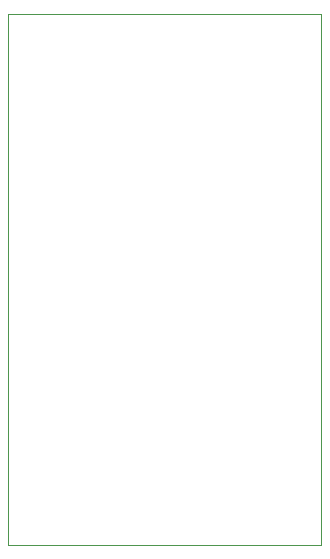
<source format=gbr>
%TF.GenerationSoftware,KiCad,Pcbnew,8.0.1*%
%TF.CreationDate,2024-04-25T23:54:08-05:00*%
%TF.ProjectId,Final Projeco,46696e61-6c20-4507-926f-6a65636f2e6b,rev?*%
%TF.SameCoordinates,Original*%
%TF.FileFunction,Profile,NP*%
%FSLAX46Y46*%
G04 Gerber Fmt 4.6, Leading zero omitted, Abs format (unit mm)*
G04 Created by KiCad (PCBNEW 8.0.1) date 2024-04-25 23:54:08*
%MOMM*%
%LPD*%
G01*
G04 APERTURE LIST*
%TA.AperFunction,Profile*%
%ADD10C,0.100000*%
%TD*%
G04 APERTURE END LIST*
D10*
X25000000Y-15500000D02*
X51500000Y-15500000D01*
X51500000Y-60500000D01*
X25000000Y-60500000D01*
X25000000Y-15500000D01*
M02*

</source>
